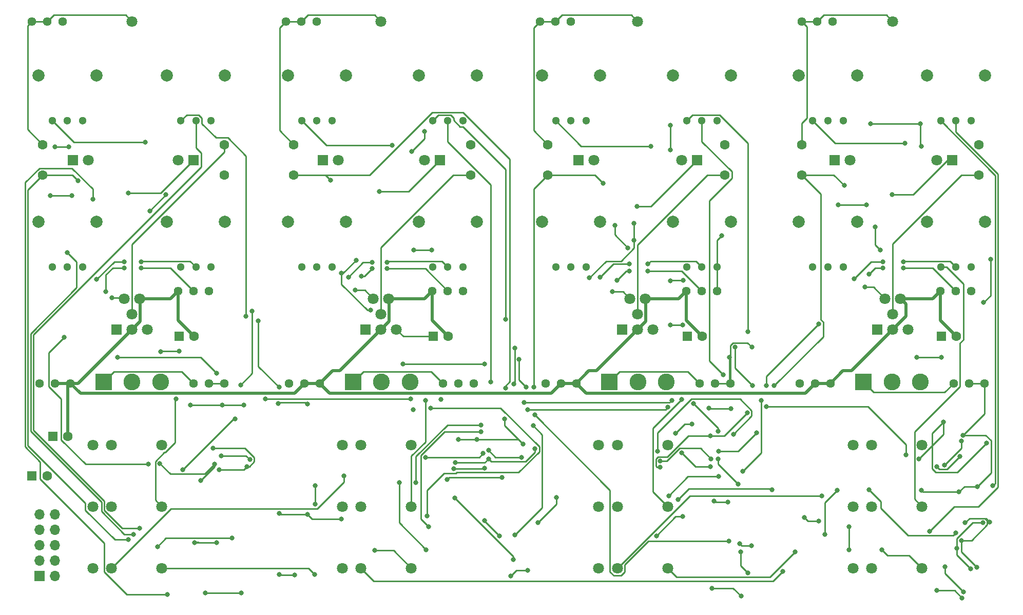
<source format=gtl>
G04 #@! TF.GenerationSoftware,KiCad,Pcbnew,(5.1.6-0-10_14)*
G04 #@! TF.CreationDate,2022-01-18T21:48:37+00:00*
G04 #@! TF.ProjectId,Quad Tube VCA,51756164-2054-4756-9265-205643412e6b,rev?*
G04 #@! TF.SameCoordinates,Original*
G04 #@! TF.FileFunction,Copper,L1,Top*
G04 #@! TF.FilePolarity,Positive*
%FSLAX46Y46*%
G04 Gerber Fmt 4.6, Leading zero omitted, Abs format (unit mm)*
G04 Created by KiCad (PCBNEW (5.1.6-0-10_14)) date 2022-01-18 21:48:37*
%MOMM*%
%LPD*%
G01*
G04 APERTURE LIST*
G04 #@! TA.AperFunction,ComponentPad*
%ADD10C,2.775000*%
G04 #@! TD*
G04 #@! TA.AperFunction,ComponentPad*
%ADD11R,2.775000X2.775000*%
G04 #@! TD*
G04 #@! TA.AperFunction,ComponentPad*
%ADD12C,1.600000*%
G04 #@! TD*
G04 #@! TA.AperFunction,ComponentPad*
%ADD13R,1.600000X1.600000*%
G04 #@! TD*
G04 #@! TA.AperFunction,ComponentPad*
%ADD14C,1.800000*%
G04 #@! TD*
G04 #@! TA.AperFunction,ComponentPad*
%ADD15R,1.800000X1.800000*%
G04 #@! TD*
G04 #@! TA.AperFunction,ComponentPad*
%ADD16C,2.000000*%
G04 #@! TD*
G04 #@! TA.AperFunction,ComponentPad*
%ADD17C,1.300000*%
G04 #@! TD*
G04 #@! TA.AperFunction,ComponentPad*
%ADD18C,1.440000*%
G04 #@! TD*
G04 #@! TA.AperFunction,ComponentPad*
%ADD19O,1.700000X1.700000*%
G04 #@! TD*
G04 #@! TA.AperFunction,ComponentPad*
%ADD20R,1.700000X1.700000*%
G04 #@! TD*
G04 #@! TA.AperFunction,ViaPad*
%ADD21C,0.800000*%
G04 #@! TD*
G04 #@! TA.AperFunction,Conductor*
%ADD22C,0.250000*%
G04 #@! TD*
G04 #@! TA.AperFunction,Conductor*
%ADD23C,0.500000*%
G04 #@! TD*
G04 APERTURE END LIST*
D10*
X89790000Y-107702500D03*
X85090000Y-107702500D03*
D11*
X80390000Y-107702500D03*
D10*
X130938000Y-107702500D03*
X126238000Y-107702500D03*
D11*
X121538000Y-107702500D03*
D10*
X173229000Y-107702500D03*
X168529000Y-107702500D03*
D11*
X163829000Y-107702500D03*
D10*
X215139000Y-107702500D03*
X210439000Y-107702500D03*
D11*
X205739000Y-107702500D03*
D12*
X221067000Y-100203000D03*
D13*
X218567000Y-100203000D03*
D12*
X179157000Y-100203000D03*
D13*
X176657000Y-100203000D03*
D12*
X137247000Y-100203000D03*
D13*
X134747000Y-100203000D03*
D12*
X95337000Y-100203000D03*
D13*
X92837000Y-100203000D03*
D12*
X74509000Y-116713000D03*
D13*
X72009000Y-116713000D03*
D12*
X71080000Y-123190000D03*
D13*
X68580000Y-123190000D03*
D14*
X126153333Y-48260000D03*
X126153333Y-96520000D03*
X124883333Y-93980000D03*
X127423333Y-93980000D03*
X128693333Y-99060000D03*
X126153333Y-99060000D03*
D15*
X123613333Y-99060000D03*
D14*
X85090000Y-48260000D03*
X85090000Y-96520000D03*
X83820000Y-93980000D03*
X86360000Y-93980000D03*
X87630000Y-99060000D03*
X85090000Y-99060000D03*
D15*
X82550000Y-99060000D03*
D14*
X210550000Y-48260000D03*
X210550000Y-96520000D03*
X209280000Y-93980000D03*
X211820000Y-93980000D03*
X213090000Y-99060000D03*
X210550000Y-99060000D03*
D15*
X208010000Y-99060000D03*
D14*
X168486666Y-48260000D03*
X168486666Y-96520000D03*
X167216666Y-93980000D03*
X169756666Y-93980000D03*
X171026666Y-99060000D03*
X168486666Y-99060000D03*
D15*
X165946666Y-99060000D03*
D16*
X204680000Y-57150000D03*
X195080000Y-57150000D03*
D17*
X202380000Y-64650000D03*
X199880000Y-64650000D03*
X197380000Y-64650000D03*
D16*
X162280000Y-57150000D03*
X152680000Y-57150000D03*
D17*
X159980000Y-64650000D03*
X157480000Y-64650000D03*
X154980000Y-64650000D03*
D16*
X120370000Y-57150000D03*
X110770000Y-57150000D03*
D17*
X118070000Y-64650000D03*
X115570000Y-64650000D03*
X113070000Y-64650000D03*
D16*
X79222000Y-57150000D03*
X69622000Y-57150000D03*
D17*
X76922000Y-64650000D03*
X74422000Y-64650000D03*
X71922000Y-64650000D03*
D16*
X204680000Y-81280000D03*
X195080000Y-81280000D03*
D17*
X202380000Y-88780000D03*
X199880000Y-88780000D03*
X197380000Y-88780000D03*
D16*
X162280000Y-81280000D03*
X152680000Y-81280000D03*
D17*
X159980000Y-88780000D03*
X157480000Y-88780000D03*
X154980000Y-88780000D03*
D16*
X120370000Y-81280000D03*
X110770000Y-81280000D03*
D17*
X118070000Y-88780000D03*
X115570000Y-88780000D03*
X113070000Y-88780000D03*
D16*
X79222000Y-81280000D03*
X69622000Y-81280000D03*
D17*
X76922000Y-88780000D03*
X74422000Y-88780000D03*
X71922000Y-88780000D03*
D16*
X225780000Y-57150000D03*
X216180000Y-57150000D03*
D17*
X223480000Y-64650000D03*
X220980000Y-64650000D03*
X218480000Y-64650000D03*
D16*
X183870000Y-57150000D03*
X174270000Y-57150000D03*
D17*
X181570000Y-64650000D03*
X179070000Y-64650000D03*
X176570000Y-64650000D03*
D16*
X141960000Y-57150000D03*
X132360000Y-57150000D03*
D17*
X139660000Y-64650000D03*
X137160000Y-64650000D03*
X134660000Y-64650000D03*
D16*
X100431000Y-57150000D03*
X90831000Y-57150000D03*
D17*
X98131000Y-64650000D03*
X95631000Y-64650000D03*
X93131000Y-64650000D03*
D16*
X225780000Y-81280000D03*
X216180000Y-81280000D03*
D17*
X223480000Y-88780000D03*
X220980000Y-88780000D03*
X218480000Y-88780000D03*
D16*
X183870000Y-81280000D03*
X174270000Y-81280000D03*
D17*
X181570000Y-88780000D03*
X179070000Y-88780000D03*
X176570000Y-88780000D03*
D16*
X141960000Y-81280000D03*
X132360000Y-81280000D03*
D17*
X139660000Y-88780000D03*
X137160000Y-88780000D03*
X134660000Y-88780000D03*
D16*
X100431000Y-81280000D03*
X90831000Y-81280000D03*
D17*
X98131000Y-88780000D03*
X95631000Y-88780000D03*
X93131000Y-88780000D03*
D14*
X215389000Y-138430000D03*
X203989000Y-138430000D03*
X207089000Y-138430000D03*
X173449000Y-138430000D03*
X162049000Y-138430000D03*
X165149000Y-138430000D03*
X131158000Y-138430000D03*
X119758000Y-138430000D03*
X122858000Y-138430000D03*
X90010000Y-138430000D03*
X78610000Y-138430000D03*
X81710000Y-138430000D03*
X215389000Y-118110000D03*
X203989000Y-118110000D03*
X207089000Y-118110000D03*
X173449000Y-118110000D03*
X162049000Y-118110000D03*
X165149000Y-118110000D03*
X131158000Y-118110000D03*
X119758000Y-118110000D03*
X122858000Y-118110000D03*
X90010000Y-118110000D03*
X78610000Y-118110000D03*
X81710000Y-118110000D03*
X215389000Y-128270000D03*
X203989000Y-128270000D03*
X207089000Y-128270000D03*
X173449000Y-128270000D03*
X162049000Y-128270000D03*
X165149000Y-128270000D03*
X131158000Y-128270000D03*
X119758000Y-128270000D03*
X122858000Y-128270000D03*
X90010000Y-128270000D03*
X78610000Y-128270000D03*
X81710000Y-128270000D03*
D18*
X195580000Y-48260000D03*
X198120000Y-48260000D03*
X200660000Y-48260000D03*
X152400000Y-48260000D03*
X154940000Y-48260000D03*
X157480000Y-48260000D03*
X110490000Y-48260000D03*
X113030000Y-48260000D03*
X115570000Y-48260000D03*
X68580000Y-48260000D03*
X71120000Y-48260000D03*
X73660000Y-48260000D03*
X220599000Y-107950000D03*
X223139000Y-107950000D03*
X225679000Y-107950000D03*
X178689000Y-107950000D03*
X181229000Y-107950000D03*
X183769000Y-107950000D03*
X136398000Y-107950000D03*
X138938000Y-107950000D03*
X141478000Y-107950000D03*
X95250000Y-107950000D03*
X97790000Y-107950000D03*
X100330000Y-107950000D03*
X218440000Y-92710000D03*
X220980000Y-92710000D03*
X223520000Y-92710000D03*
X176530000Y-92710000D03*
X179070000Y-92710000D03*
X181610000Y-92710000D03*
X134620000Y-92710000D03*
X137160000Y-92710000D03*
X139700000Y-92710000D03*
X92710000Y-92710000D03*
X95250000Y-92710000D03*
X97790000Y-92710000D03*
X195199000Y-107950000D03*
X197739000Y-107950000D03*
X200279000Y-107950000D03*
X153289000Y-107950000D03*
X155829000Y-107950000D03*
X158369000Y-107950000D03*
X110998000Y-107950000D03*
X113538000Y-107950000D03*
X116078000Y-107950000D03*
X69850000Y-107950000D03*
X72390000Y-107950000D03*
X74930000Y-107950000D03*
D19*
X72390000Y-129540000D03*
X69850000Y-129540000D03*
X72390000Y-132080000D03*
X69850000Y-132080000D03*
X72390000Y-134620000D03*
X69850000Y-134620000D03*
X72390000Y-137160000D03*
X69850000Y-137160000D03*
X72390000Y-139700000D03*
D20*
X69850000Y-139700000D03*
D14*
X217805000Y-71120000D03*
D15*
X220345000Y-71120000D03*
D14*
X203536000Y-71120000D03*
D15*
X200996000Y-71120000D03*
D14*
X175768000Y-71120000D03*
D15*
X178308000Y-71120000D03*
D14*
X161290000Y-71120000D03*
D15*
X158750000Y-71120000D03*
D14*
X133350000Y-71120000D03*
D15*
X135890000Y-71120000D03*
D14*
X119126000Y-71120000D03*
D15*
X116586000Y-71120000D03*
D14*
X92710000Y-71120000D03*
D15*
X95250000Y-71120000D03*
D14*
X77851000Y-71120000D03*
D15*
X75311000Y-71120000D03*
D12*
X224790000Y-73580000D03*
X224790000Y-68580000D03*
X195580000Y-73580000D03*
X195580000Y-68580000D03*
X182880000Y-73580000D03*
X182880000Y-68580000D03*
X153670000Y-73580000D03*
X153670000Y-68580000D03*
X140970000Y-73580000D03*
X140970000Y-68580000D03*
X111760000Y-73580000D03*
X111760000Y-68580000D03*
X100330000Y-68580000D03*
X100330000Y-73580000D03*
X70358000Y-73580000D03*
X70358000Y-68580000D03*
D21*
X74422000Y-86360000D03*
X85344000Y-132842000D03*
X78613000Y-77597000D03*
X90932000Y-142748000D03*
X185293000Y-134366000D03*
X187262500Y-134747000D03*
X198374000Y-130683000D03*
X195961000Y-130048000D03*
X180721000Y-141732000D03*
X185547000Y-143041000D03*
X150368000Y-138811000D03*
X147574000Y-139700000D03*
X103124000Y-142494000D03*
X97155000Y-142494000D03*
X114046000Y-129540000D03*
X119634000Y-130302000D03*
X109347000Y-129413000D03*
X215265000Y-68834000D03*
X215138000Y-65151000D03*
X206883000Y-65151000D03*
X201549000Y-78486000D03*
X206248000Y-78486000D03*
X222116503Y-116506112D03*
X218567000Y-103632000D03*
X214503000Y-103632000D03*
X226695000Y-87503000D03*
X225552000Y-94615000D03*
X203327000Y-131572000D03*
X203327000Y-135382000D03*
X221488000Y-125857000D03*
X215265000Y-125603000D03*
X224536000Y-124968000D03*
X181102000Y-127381000D03*
X181864000Y-123317000D03*
X173609000Y-126492000D03*
X183388000Y-127508000D03*
X175895000Y-98298000D03*
X173863000Y-98298000D03*
X167894000Y-84328000D03*
X167894000Y-81534000D03*
X160528000Y-90551000D03*
X173863000Y-69469000D03*
X173863000Y-65405000D03*
X131191000Y-69723000D03*
X133350000Y-66421000D03*
X74676000Y-68961000D03*
X72390000Y-68961000D03*
X75184000Y-76962000D03*
X71628000Y-76962000D03*
X90678000Y-76835000D03*
X88011000Y-79502000D03*
X92837000Y-102616000D03*
X89789000Y-102743000D03*
X103505000Y-111506000D03*
X99949000Y-111506000D03*
X94742000Y-111506000D03*
X119634000Y-89789000D03*
X122047000Y-87630000D03*
X124460000Y-95885000D03*
X134493000Y-85979000D03*
X131572000Y-85979000D03*
X114046000Y-111379000D03*
X109220000Y-111252000D03*
X131445000Y-112268000D03*
X136017000Y-110617000D03*
X143256000Y-130556000D03*
X145669000Y-133096000D03*
X141986000Y-117221000D03*
X138938000Y-117221000D03*
X111887000Y-139573000D03*
X109347000Y-139446000D03*
X95377000Y-134239000D03*
X99060000Y-134239000D03*
X146558000Y-113792000D03*
X149606000Y-117983000D03*
X182372000Y-83566000D03*
X176022000Y-90932000D03*
X173863000Y-91059000D03*
X183896000Y-112141000D03*
X180213000Y-112014000D03*
X187325000Y-101981000D03*
X183642000Y-103632000D03*
X174752000Y-116205000D03*
X177419000Y-114681000D03*
X155067000Y-126746000D03*
X152019000Y-130937000D03*
X76200000Y-74549000D03*
X84455000Y-133731000D03*
X89281000Y-134874000D03*
X101600000Y-133477000D03*
X104013000Y-121666000D03*
X99441000Y-122174000D03*
X82677000Y-103632000D03*
X99060000Y-106299000D03*
X98425000Y-118618000D03*
X104521000Y-120523000D03*
X99822000Y-119888000D03*
X96393000Y-123952000D03*
X98679000Y-121285000D03*
X89662000Y-121158000D03*
X73918906Y-100325094D03*
X87757000Y-121285000D03*
X93472000Y-122174000D03*
X102108000Y-113792000D03*
X134366000Y-112014000D03*
X133731000Y-129794000D03*
X129794000Y-104775000D03*
X143256000Y-104775000D03*
X142621000Y-114808000D03*
X131883000Y-124333000D03*
X129159000Y-124333000D03*
X133604000Y-135382000D03*
X138303000Y-126873000D03*
X147955000Y-137033000D03*
X117856000Y-74422000D03*
X146685000Y-108690001D03*
X151257000Y-114935000D03*
X148209000Y-132969000D03*
X151550000Y-118745000D03*
X143891000Y-120396000D03*
X104902000Y-96012000D03*
X103003342Y-108210342D03*
X107061000Y-110490000D03*
X131064000Y-110490000D03*
X138430000Y-121031000D03*
X149352000Y-120142000D03*
X143891000Y-118999000D03*
X138176000Y-122047000D03*
X143256000Y-121920000D03*
X143002000Y-119507000D03*
X133477000Y-120142000D03*
X105918000Y-97663000D03*
X109347000Y-108585000D03*
X146112500Y-123444000D03*
X137033000Y-123825000D03*
X184277000Y-116332000D03*
X171761989Y-119126000D03*
X184531000Y-101981000D03*
X187452000Y-108331000D03*
X190627000Y-125476000D03*
X175133000Y-127127000D03*
X175895000Y-129921000D03*
X171577000Y-133096000D03*
X186690000Y-139192000D03*
X185507731Y-135723731D03*
X162814000Y-74930000D03*
X151368046Y-108600954D03*
X151511000Y-113157000D03*
X183515000Y-133985000D03*
X181737000Y-120396000D03*
X185039000Y-124587000D03*
X148209000Y-102108000D03*
X148082000Y-108077000D03*
X149733000Y-111125000D03*
X174117000Y-110744000D03*
X177673000Y-111252000D03*
X181737000Y-115861000D03*
X181864000Y-119126000D03*
X188087000Y-116078000D03*
X180467000Y-121666000D03*
X175768000Y-119380000D03*
X172212000Y-120777000D03*
X180594000Y-120396000D03*
X148934000Y-104013000D03*
X150114000Y-108585000D03*
X150368000Y-112268000D03*
X173477347Y-111882347D03*
X172212000Y-121793000D03*
X180467000Y-116586000D03*
X186563000Y-112776000D03*
X222250000Y-142367000D03*
X219202000Y-138176000D03*
X223393000Y-138557000D03*
X221107000Y-135128000D03*
X225425000Y-130937000D03*
X217822403Y-142130403D03*
X222007464Y-143337144D03*
X224409000Y-138303000D03*
X221869000Y-133858000D03*
X226568000Y-130810000D03*
X222504000Y-130937000D03*
X202565000Y-75311000D03*
X191008000Y-108331000D03*
X206629000Y-125476000D03*
X220980000Y-132588000D03*
X221615000Y-120015000D03*
X217800347Y-121661347D03*
X219075000Y-121412000D03*
X221869000Y-117475000D03*
X198374000Y-98171000D03*
X189738000Y-108331000D03*
X189738000Y-111760000D03*
X212725000Y-119761000D03*
X218948000Y-114300000D03*
X214888999Y-120396000D03*
X226069853Y-117750863D03*
X218948000Y-114300000D03*
X84455000Y-76581000D03*
X125857000Y-76327000D03*
X164719000Y-81915000D03*
X166878000Y-85598000D03*
X168402000Y-78740506D03*
X207645000Y-82169000D03*
X208534000Y-85979000D03*
X210439000Y-76835000D03*
X86614000Y-87884000D03*
X83820000Y-87884000D03*
X79248000Y-90805000D03*
X92329000Y-110490000D03*
X127127000Y-88011000D03*
X124714000Y-88011000D03*
X120777000Y-90424000D03*
X133477000Y-110744000D03*
X170180000Y-88265000D03*
X167132000Y-88265000D03*
X162306000Y-90424000D03*
X175768000Y-110617000D03*
X212344000Y-87884000D03*
X208915000Y-87884000D03*
X204216000Y-90678000D03*
X86360000Y-131826000D03*
X103847000Y-96901000D03*
X144272000Y-107696000D03*
X142621000Y-115951000D03*
X133985000Y-131572000D03*
X146689905Y-97413905D03*
X182626000Y-106553000D03*
X185801000Y-122428000D03*
X188849000Y-110744000D03*
X186690000Y-99441000D03*
X216662000Y-132334000D03*
X227076000Y-124841000D03*
X87249000Y-68199000D03*
X128016000Y-68707000D03*
X170688000Y-68834000D03*
X212598000Y-68326000D03*
X115189000Y-139446000D03*
X80772000Y-92837000D03*
X83820000Y-88884003D03*
X86614000Y-88900000D03*
X81788000Y-93853000D03*
X125095000Y-135509000D03*
X122888333Y-90297000D03*
X124714000Y-89027000D03*
X127127000Y-89027000D03*
X121920000Y-92583000D03*
X194437000Y-135763000D03*
X165100000Y-90932000D03*
X167132000Y-89408000D03*
X170180000Y-89408000D03*
X164338000Y-92837000D03*
X208788000Y-135382000D03*
X206629000Y-89916000D03*
X208915000Y-88900000D03*
X212344000Y-88900000D03*
X205994000Y-92075000D03*
X120015000Y-123190000D03*
X192405000Y-138938000D03*
X198882000Y-126492000D03*
X115316000Y-127889000D03*
X115316000Y-124841000D03*
X199390000Y-132842000D03*
X201422000Y-125603000D03*
D22*
X80034990Y-129044402D02*
X83832588Y-132842000D01*
X80034989Y-127560401D02*
X80034990Y-129044402D01*
X68354989Y-99763603D02*
X68354990Y-115880402D01*
X74422000Y-86360000D02*
X75946999Y-87884999D01*
X68354990Y-115880402D02*
X80034989Y-127560401D01*
X75946999Y-92171593D02*
X68354989Y-99763603D01*
X83832588Y-132842000D02*
X85344000Y-132842000D01*
X75946999Y-87884999D02*
X75946999Y-92171593D01*
X80484999Y-139018001D02*
X84214998Y-142748000D01*
X84214998Y-142748000D02*
X90932000Y-142748000D01*
X69954999Y-123730001D02*
X80484999Y-134260001D01*
X69954999Y-120888409D02*
X69954999Y-123730001D01*
X67454972Y-118388382D02*
X69954999Y-120888409D01*
X69817999Y-72454999D02*
X67454972Y-74818026D01*
X75179001Y-72454999D02*
X69817999Y-72454999D01*
X78613000Y-75888998D02*
X75179001Y-72454999D01*
X67454972Y-74818026D02*
X67454972Y-118388382D01*
X80484999Y-134260001D02*
X80484999Y-139018001D01*
X78613000Y-77597000D02*
X78613000Y-75888998D01*
X185674000Y-134747000D02*
X185293000Y-134366000D01*
X187262500Y-134747000D02*
X185674000Y-134747000D01*
X196596000Y-130683000D02*
X195961000Y-130048000D01*
X198374000Y-130683000D02*
X196596000Y-130683000D01*
X184238000Y-141732000D02*
X185547000Y-143041000D01*
X180721000Y-141732000D02*
X184238000Y-141732000D01*
X148463000Y-138811000D02*
X147574000Y-139700000D01*
X150368000Y-138811000D02*
X148463000Y-138811000D01*
X103124000Y-142494000D02*
X97155000Y-142494000D01*
X114808000Y-130302000D02*
X114046000Y-129540000D01*
X119634000Y-130302000D02*
X114808000Y-130302000D01*
X109474000Y-129540000D02*
X109347000Y-129413000D01*
X114046000Y-129540000D02*
X109474000Y-129540000D01*
X215138000Y-68707000D02*
X215265000Y-68834000D01*
X215138000Y-65151000D02*
X215138000Y-68707000D01*
X215138000Y-65151000D02*
X206883000Y-65151000D01*
X206248000Y-78486000D02*
X201549000Y-78486000D01*
X225679000Y-107950000D02*
X223139000Y-107950000D01*
X225679000Y-112943615D02*
X222116503Y-116506112D01*
X225679000Y-107950000D02*
X225679000Y-112943615D01*
X218567000Y-103632000D02*
X214503000Y-103632000D01*
X226695000Y-93472000D02*
X225552000Y-94615000D01*
X226695000Y-87503000D02*
X226695000Y-93472000D01*
X203327000Y-131572000D02*
X203327000Y-135382000D01*
X215519000Y-125857000D02*
X215265000Y-125603000D01*
X221488000Y-125857000D02*
X215519000Y-125857000D01*
X222377000Y-124968000D02*
X221488000Y-125857000D01*
X224536000Y-124968000D02*
X222377000Y-124968000D01*
X225898104Y-116506112D02*
X222116503Y-116506112D01*
X226794854Y-122709146D02*
X226794854Y-117402862D01*
X226794854Y-117402862D02*
X225898104Y-116506112D01*
X224536000Y-124968000D02*
X226794854Y-122709146D01*
X176784000Y-123317000D02*
X173609000Y-126492000D01*
X181864000Y-123317000D02*
X176784000Y-123317000D01*
X181229000Y-127508000D02*
X181102000Y-127381000D01*
X183388000Y-127508000D02*
X181229000Y-127508000D01*
X100330000Y-107950000D02*
X97790000Y-107950000D01*
X175895000Y-98298000D02*
X173863000Y-98298000D01*
X167894000Y-81534000D02*
X167894000Y-84328000D01*
X163264010Y-87814990D02*
X160528000Y-90551000D01*
X167894000Y-85655002D02*
X165734012Y-87814990D01*
X165734012Y-87814990D02*
X163264010Y-87814990D01*
X167894000Y-84328000D02*
X167894000Y-85655002D01*
X173863000Y-69469000D02*
X173863000Y-65405000D01*
X133350000Y-67564000D02*
X131191000Y-69723000D01*
X133350000Y-66421000D02*
X133350000Y-67564000D01*
X74676000Y-68961000D02*
X72390000Y-68961000D01*
X75184000Y-76962000D02*
X71628000Y-76962000D01*
X90678000Y-76835000D02*
X88011000Y-79502000D01*
X89916000Y-102616000D02*
X89789000Y-102743000D01*
X92837000Y-102616000D02*
X89916000Y-102616000D01*
X103505000Y-111506000D02*
X99949000Y-111506000D01*
X99949000Y-111506000D02*
X94742000Y-111506000D01*
X119888000Y-89789000D02*
X119634000Y-89789000D01*
X122047000Y-87630000D02*
X119888000Y-89789000D01*
X123894315Y-95885000D02*
X119634000Y-91624685D01*
X119634000Y-91624685D02*
X119634000Y-89789000D01*
X124460000Y-95885000D02*
X123894315Y-95885000D01*
X134493000Y-85979000D02*
X131572000Y-85979000D01*
X109347000Y-111125000D02*
X109220000Y-111252000D01*
X113919000Y-111379000D02*
X113665000Y-111125000D01*
X114046000Y-111379000D02*
X113919000Y-111379000D01*
X113665000Y-111125000D02*
X109347000Y-111125000D01*
X113792000Y-111125000D02*
X113665000Y-111125000D01*
X143256000Y-130683000D02*
X143256000Y-130556000D01*
X145669000Y-133096000D02*
X143256000Y-130683000D01*
X138938000Y-117221000D02*
X141986000Y-117221000D01*
X109474000Y-139573000D02*
X109347000Y-139446000D01*
X111887000Y-139573000D02*
X109474000Y-139573000D01*
X96012000Y-134112000D02*
X96139000Y-134239000D01*
X95758000Y-134112000D02*
X96012000Y-134112000D01*
X95377000Y-134239000D02*
X98552000Y-134239000D01*
X98552000Y-134239000D02*
X99060000Y-134239000D01*
X96139000Y-134239000D02*
X98552000Y-134239000D01*
X146558000Y-114935000D02*
X149606000Y-117983000D01*
X146558000Y-113792000D02*
X146558000Y-114935000D01*
X129836333Y-100203000D02*
X128693333Y-99060000D01*
X134747000Y-100203000D02*
X129836333Y-100203000D01*
X181610000Y-84328000D02*
X182372000Y-83566000D01*
X181610000Y-92710000D02*
X181610000Y-84328000D01*
X173990000Y-90932000D02*
X173863000Y-91059000D01*
X176022000Y-90932000D02*
X173990000Y-90932000D01*
X148844000Y-117221000D02*
X149606000Y-117983000D01*
X141986000Y-117221000D02*
X148844000Y-117221000D01*
X183642000Y-107823000D02*
X183769000Y-107950000D01*
X183642000Y-103632000D02*
X183642000Y-107823000D01*
X183769000Y-107950000D02*
X181229000Y-107950000D01*
X180340000Y-112141000D02*
X180213000Y-112014000D01*
X183896000Y-112141000D02*
X180340000Y-112141000D01*
X186599999Y-101255999D02*
X187325000Y-101981000D01*
X184182999Y-101255999D02*
X186599999Y-101255999D01*
X183769000Y-101669998D02*
X184182999Y-101255999D01*
X183769000Y-107950000D02*
X183769000Y-101669998D01*
X176276000Y-114681000D02*
X174752000Y-116205000D01*
X177419000Y-114681000D02*
X176276000Y-114681000D01*
X155067000Y-127889000D02*
X152019000Y-130937000D01*
X155067000Y-126746000D02*
X155067000Y-127889000D01*
D23*
X74509000Y-108371000D02*
X74930000Y-107950000D01*
X74509000Y-116713000D02*
X74509000Y-108371000D01*
X74930000Y-107950000D02*
X72390000Y-107950000D01*
X116078000Y-107950000D02*
X113538000Y-107950000D01*
X158369000Y-107950000D02*
X155829000Y-107950000D01*
X159959001Y-109540001D02*
X158369000Y-107950000D01*
X196148999Y-109540001D02*
X159959001Y-109540001D01*
X197739000Y-107950000D02*
X196148999Y-109540001D01*
X117668001Y-109540001D02*
X116078000Y-107950000D01*
X154238999Y-109540001D02*
X117668001Y-109540001D01*
X155829000Y-107950000D02*
X154238999Y-109540001D01*
X113538000Y-107950000D02*
X111887000Y-109601000D01*
X76581000Y-109601000D02*
X74930000Y-107950000D01*
X111887000Y-109601000D02*
X76581000Y-109601000D01*
X76200000Y-107950000D02*
X85090000Y-99060000D01*
X74930000Y-107950000D02*
X76200000Y-107950000D01*
X86440001Y-97709999D02*
X86440001Y-94060001D01*
X86440001Y-94060001D02*
X86360000Y-93980000D01*
X85090000Y-99060000D02*
X86440001Y-97709999D01*
X91440000Y-93980000D02*
X92710000Y-92710000D01*
X86360000Y-93980000D02*
X91440000Y-93980000D01*
X92710000Y-97576000D02*
X95337000Y-100203000D01*
X92710000Y-92710000D02*
X92710000Y-97576000D01*
X118163001Y-105864999D02*
X119348334Y-105864999D01*
X119348334Y-105864999D02*
X126153333Y-99060000D01*
X116078000Y-107950000D02*
X118163001Y-105864999D01*
X127503334Y-94060001D02*
X127423333Y-93980000D01*
X127503334Y-97709999D02*
X127503334Y-94060001D01*
X126153333Y-99060000D02*
X127503334Y-97709999D01*
X133350000Y-93980000D02*
X134620000Y-92710000D01*
X127423333Y-93980000D02*
X133350000Y-93980000D01*
X134620000Y-97576000D02*
X137247000Y-100203000D01*
X134620000Y-92710000D02*
X134620000Y-97576000D01*
X161681667Y-105864999D02*
X168486666Y-99060000D01*
X160454001Y-105864999D02*
X161681667Y-105864999D01*
X158369000Y-107950000D02*
X160454001Y-105864999D01*
X169836667Y-94060001D02*
X169756666Y-93980000D01*
X169836667Y-97709999D02*
X169836667Y-94060001D01*
X168486666Y-99060000D02*
X169836667Y-97709999D01*
X175260000Y-93980000D02*
X176530000Y-92710000D01*
X169756666Y-93980000D02*
X175260000Y-93980000D01*
X176530000Y-97576000D02*
X179157000Y-100203000D01*
X176530000Y-92710000D02*
X176530000Y-97576000D01*
X203745001Y-105864999D02*
X210550000Y-99060000D01*
X202364001Y-105864999D02*
X203745001Y-105864999D01*
X200279000Y-107950000D02*
X202364001Y-105864999D01*
X212719999Y-94879999D02*
X211820000Y-93980000D01*
X212719999Y-96890001D02*
X212719999Y-94879999D01*
X210550000Y-99060000D02*
X212719999Y-96890001D01*
X217170000Y-93980000D02*
X218440000Y-92710000D01*
X211820000Y-93980000D02*
X217170000Y-93980000D01*
X218440000Y-97576000D02*
X221067000Y-100203000D01*
X218440000Y-92710000D02*
X218440000Y-97576000D01*
X200279000Y-107950000D02*
X197739000Y-107950000D01*
D22*
X75231000Y-73580000D02*
X70358000Y-73580000D01*
X76200000Y-74549000D02*
X75231000Y-73580000D01*
X82257998Y-133731000D02*
X84455000Y-133731000D01*
X67904981Y-76033019D02*
X67904981Y-118201981D01*
X77384999Y-128858001D02*
X82257998Y-133731000D01*
X67904981Y-118201981D02*
X77384999Y-127681999D01*
X77384999Y-127681999D02*
X77384999Y-128858001D01*
X70358000Y-73580000D02*
X67904981Y-76033019D01*
X90678000Y-133477000D02*
X101600000Y-133477000D01*
X89281000Y-134874000D02*
X90678000Y-133477000D01*
X72165001Y-47214999D02*
X71120000Y-48260000D01*
X84044999Y-47214999D02*
X72165001Y-47214999D01*
X85090000Y-48260000D02*
X84044999Y-47214999D01*
X71120000Y-48260000D02*
X68580000Y-48260000D01*
X67860001Y-66082001D02*
X70358000Y-68580000D01*
X67860001Y-48979999D02*
X67860001Y-66082001D01*
X68580000Y-48260000D02*
X67860001Y-48979999D01*
X100330000Y-69819998D02*
X100330000Y-68580000D01*
X85090000Y-85059998D02*
X100330000Y-69819998D01*
X85090000Y-96520000D02*
X85090000Y-85059998D01*
X103505000Y-122174000D02*
X99441000Y-122174000D01*
X104013000Y-121666000D02*
X103505000Y-122174000D01*
X96393000Y-103632000D02*
X99060000Y-106299000D01*
X82677000Y-103632000D02*
X96393000Y-103632000D01*
X104451002Y-121666000D02*
X104013000Y-121666000D01*
X105246001Y-120871001D02*
X104451002Y-121666000D01*
X105246001Y-120174999D02*
X105246001Y-120871001D01*
X103689002Y-118618000D02*
X105246001Y-120174999D01*
X98425000Y-118618000D02*
X103689002Y-118618000D01*
X104521000Y-120523000D02*
X103886000Y-119888000D01*
X103886000Y-119888000D02*
X99822000Y-119888000D01*
X98679000Y-121666000D02*
X98679000Y-121285000D01*
X96393000Y-123952000D02*
X98679000Y-121666000D01*
X97064999Y-122899001D02*
X98679000Y-121285000D01*
X91403001Y-122899001D02*
X97064999Y-122899001D01*
X89662000Y-121158000D02*
X91403001Y-122899001D01*
X73383999Y-110490601D02*
X73383999Y-117253001D01*
X77415998Y-121285000D02*
X87757000Y-121285000D01*
X71344999Y-108451601D02*
X73383999Y-110490601D01*
X73383999Y-117253001D02*
X77415998Y-121285000D01*
X71344999Y-102899001D02*
X71344999Y-108451601D01*
X73918906Y-100325094D02*
X71344999Y-102899001D01*
X101854000Y-113792000D02*
X102108000Y-113792000D01*
X93472000Y-122174000D02*
X101854000Y-113792000D01*
X133731000Y-125586992D02*
X133731000Y-129794000D01*
X136545991Y-122772001D02*
X133731000Y-125586992D01*
X138524001Y-122772001D02*
X136545991Y-122772001D01*
X138651001Y-122645001D02*
X138524001Y-122772001D01*
X152275001Y-118396999D02*
X152275001Y-119222094D01*
X148852094Y-122645001D02*
X138651001Y-122645001D01*
X152275001Y-119222094D02*
X148852094Y-122645001D01*
X145892002Y-112014000D02*
X152275001Y-118396999D01*
X134366000Y-112014000D02*
X145892002Y-112014000D01*
X129794000Y-104775000D02*
X143256000Y-104775000D01*
X131883000Y-120026588D02*
X131883000Y-124333000D01*
X137101588Y-114808000D02*
X131883000Y-120026588D01*
X142621000Y-114808000D02*
X137101588Y-114808000D01*
X129159000Y-130937000D02*
X133604000Y-135382000D01*
X129159000Y-124333000D02*
X129159000Y-130937000D01*
X147955000Y-136525000D02*
X147955000Y-137033000D01*
X138303000Y-126873000D02*
X147955000Y-136525000D01*
X117014000Y-73580000D02*
X111760000Y-73580000D01*
X117856000Y-74422000D02*
X117014000Y-73580000D01*
X146685000Y-108400998D02*
X146685000Y-108690001D01*
X147414906Y-107671092D02*
X146685000Y-108400998D01*
X124286998Y-73580000D02*
X134642009Y-63224989D01*
X147414906Y-70961904D02*
X147414906Y-107671092D01*
X139677991Y-63224989D02*
X147414906Y-70961904D01*
X134642009Y-63224989D02*
X139677991Y-63224989D01*
X111760000Y-73580000D02*
X124286998Y-73580000D01*
X152725011Y-128452989D02*
X148209000Y-132969000D01*
X152725011Y-116403011D02*
X152725011Y-128452989D01*
X151257000Y-114935000D02*
X152725011Y-116403011D01*
X114075001Y-47214999D02*
X113030000Y-48260000D01*
X125108332Y-47214999D02*
X114075001Y-47214999D01*
X126153333Y-48260000D02*
X125108332Y-47214999D01*
X113030000Y-48260000D02*
X110490000Y-48260000D01*
X109444999Y-66264999D02*
X111760000Y-68580000D01*
X109444999Y-49305001D02*
X109444999Y-66264999D01*
X110490000Y-48260000D02*
X109444999Y-49305001D01*
X138098998Y-73580000D02*
X140970000Y-73580000D01*
X126153333Y-85525665D02*
X138098998Y-73580000D01*
X126153333Y-96520000D02*
X126153333Y-85525665D01*
X144362001Y-120867001D02*
X143891000Y-120396000D01*
X151550000Y-119310685D02*
X149993684Y-120867001D01*
X149993684Y-120867001D02*
X144362001Y-120867001D01*
X151550000Y-118745000D02*
X151550000Y-119310685D01*
X104902000Y-106311684D02*
X103003342Y-108210342D01*
X104902000Y-96012000D02*
X104902000Y-106311684D01*
X107061000Y-110490000D02*
X131064000Y-110490000D01*
X143256000Y-121031000D02*
X143891000Y-120396000D01*
X138430000Y-121031000D02*
X143256000Y-121031000D01*
X145034000Y-120142000D02*
X143891000Y-118999000D01*
X149352000Y-120142000D02*
X145034000Y-120142000D01*
X143129000Y-122047000D02*
X143256000Y-121920000D01*
X138176000Y-122047000D02*
X143129000Y-122047000D01*
X142367000Y-120142000D02*
X133477000Y-120142000D01*
X143002000Y-119507000D02*
X142367000Y-120142000D01*
X105918000Y-105156000D02*
X109347000Y-108585000D01*
X105918000Y-97663000D02*
X105918000Y-105156000D01*
X137414000Y-123444000D02*
X137033000Y-123825000D01*
X146112500Y-123444000D02*
X137414000Y-123444000D01*
X171761989Y-116090009D02*
X171761989Y-119126000D01*
X184277000Y-116332000D02*
X187288001Y-113320999D01*
X187288001Y-112427999D02*
X185387001Y-110526999D01*
X187288001Y-113320999D02*
X187288001Y-112427999D01*
X177324999Y-110526999D02*
X171761989Y-116090009D01*
X185387001Y-110526999D02*
X177324999Y-110526999D01*
X184531000Y-105410000D02*
X187452000Y-108331000D01*
X184531000Y-101981000D02*
X184531000Y-105410000D01*
X176947999Y-125312001D02*
X175133000Y-127127000D01*
X190790999Y-125312001D02*
X176947999Y-125312001D01*
X190627000Y-125476000D02*
X190790999Y-125312001D01*
X174752000Y-129921000D02*
X171577000Y-133096000D01*
X175895000Y-129921000D02*
X174752000Y-129921000D01*
X185507731Y-138009731D02*
X185507731Y-135723731D01*
X186690000Y-139192000D02*
X185507731Y-138009731D01*
X161464000Y-73580000D02*
X153670000Y-73580000D01*
X162814000Y-74930000D02*
X161464000Y-73580000D01*
X151354999Y-108587907D02*
X151368046Y-108600954D01*
X151354999Y-75895001D02*
X151354999Y-108587907D01*
X153670000Y-73580000D02*
X151354999Y-75895001D01*
X170231000Y-133985000D02*
X183515000Y-133985000D01*
X166374001Y-139018001D02*
X166374001Y-137841999D01*
X166374001Y-137841999D02*
X170231000Y-133985000D01*
X163923999Y-125569999D02*
X163923999Y-139018001D01*
X165737001Y-139655001D02*
X166374001Y-139018001D01*
X164560999Y-139655001D02*
X165737001Y-139655001D01*
X163923999Y-139018001D02*
X164560999Y-139655001D01*
X151511000Y-113157000D02*
X163923999Y-125569999D01*
X155985001Y-47214999D02*
X154940000Y-48260000D01*
X167441665Y-47214999D02*
X155985001Y-47214999D01*
X168486666Y-48260000D02*
X167441665Y-47214999D01*
X154940000Y-48260000D02*
X152400000Y-48260000D01*
X151354999Y-66264999D02*
X153670000Y-68580000D01*
X151354999Y-49305001D02*
X151354999Y-66264999D01*
X152400000Y-48260000D02*
X151354999Y-49305001D01*
X180008998Y-73580000D02*
X182880000Y-73580000D01*
X168486666Y-85102332D02*
X180008998Y-73580000D01*
X168486666Y-96520000D02*
X168486666Y-85102332D01*
X181737000Y-121285000D02*
X185039000Y-124587000D01*
X181737000Y-120396000D02*
X181737000Y-121285000D01*
X148209000Y-107950000D02*
X148082000Y-108077000D01*
X148209000Y-102108000D02*
X148209000Y-107950000D01*
X173736000Y-111125000D02*
X174117000Y-110744000D01*
X149733000Y-111125000D02*
X173736000Y-111125000D01*
X181737000Y-115316000D02*
X181737000Y-115861000D01*
X177673000Y-111252000D02*
X181737000Y-115316000D01*
X185039000Y-119126000D02*
X188087000Y-116078000D01*
X181864000Y-119126000D02*
X185039000Y-119126000D01*
X178054000Y-121666000D02*
X175768000Y-119380000D01*
X180467000Y-121666000D02*
X178054000Y-121666000D01*
X178852999Y-118654999D02*
X180594000Y-120396000D01*
X175419999Y-118654999D02*
X178852999Y-118654999D01*
X173297998Y-120777000D02*
X175419999Y-118654999D01*
X172212000Y-120777000D02*
X173297998Y-120777000D01*
X148934000Y-107405000D02*
X150114000Y-108585000D01*
X148934000Y-104013000D02*
X148934000Y-107405000D01*
X173091694Y-112268000D02*
X173477347Y-111882347D01*
X150368000Y-112268000D02*
X173091694Y-112268000D01*
X176852588Y-116586000D02*
X180467000Y-116586000D01*
X173386589Y-120051999D02*
X176852588Y-116586000D01*
X171486999Y-121633684D02*
X171486999Y-120428999D01*
X171863999Y-120051999D02*
X173386589Y-120051999D01*
X171486999Y-120428999D02*
X171863999Y-120051999D01*
X171646315Y-121793000D02*
X171486999Y-121633684D01*
X172212000Y-121793000D02*
X171646315Y-121793000D01*
X182753000Y-116586000D02*
X186563000Y-112776000D01*
X180467000Y-116586000D02*
X182753000Y-116586000D01*
X219202000Y-139319000D02*
X219202000Y-138176000D01*
X222250000Y-142367000D02*
X219202000Y-139319000D01*
X221107000Y-136271000D02*
X221107000Y-135128000D01*
X223393000Y-138557000D02*
X221107000Y-136271000D01*
X223716998Y-130937000D02*
X225425000Y-130937000D01*
X221107000Y-133546998D02*
X223716998Y-130937000D01*
X221107000Y-135128000D02*
X221107000Y-133546998D01*
X220800723Y-142130403D02*
X222007464Y-143337144D01*
X217822403Y-142130403D02*
X220800723Y-142130403D01*
X221869000Y-135763000D02*
X221869000Y-133858000D01*
X224409000Y-138303000D02*
X221869000Y-135763000D01*
X225969999Y-130211999D02*
X223229001Y-130211999D01*
X226568000Y-130810000D02*
X225969999Y-130211999D01*
X223577002Y-133858000D02*
X221869000Y-133858000D01*
X226150001Y-131285001D02*
X223577002Y-133858000D01*
X226150001Y-130588999D02*
X226150001Y-131285001D01*
X225773001Y-130211999D02*
X226150001Y-130588999D01*
X223229001Y-130211999D02*
X225773001Y-130211999D01*
X222504000Y-130937000D02*
X223229001Y-130211999D01*
X200834000Y-73580000D02*
X195580000Y-73580000D01*
X202565000Y-75311000D02*
X200834000Y-73580000D01*
X199099001Y-97822999D02*
X199099001Y-100239999D01*
X198722001Y-97445999D02*
X199099001Y-97822999D01*
X199099001Y-100239999D02*
X191008000Y-108331000D01*
X198722001Y-76722001D02*
X198722001Y-97445999D01*
X195580000Y-73580000D02*
X198722001Y-76722001D01*
X213117365Y-133059001D02*
X220508999Y-133059001D01*
X208589990Y-128531626D02*
X213117365Y-133059001D01*
X220508999Y-133059001D02*
X220980000Y-132588000D01*
X208589990Y-127436990D02*
X208589990Y-128531626D01*
X206629000Y-125476000D02*
X208589990Y-127436990D01*
X209504999Y-47214999D02*
X199165001Y-47214999D01*
X199165001Y-47214999D02*
X198120000Y-48260000D01*
X210550000Y-48260000D02*
X209504999Y-47214999D01*
X198120000Y-48260000D02*
X195580000Y-48260000D01*
X196405001Y-64181997D02*
X195580000Y-65006998D01*
X196405001Y-49085001D02*
X196405001Y-64181997D01*
X195580000Y-65006998D02*
X195580000Y-68580000D01*
X195580000Y-48260000D02*
X196405001Y-49085001D01*
X221918998Y-73580000D02*
X224790000Y-73580000D01*
X210550000Y-84948998D02*
X221918998Y-73580000D01*
X210550000Y-96520000D02*
X210550000Y-84948998D01*
X218276001Y-122137001D02*
X217800347Y-121661347D01*
X219492999Y-122137001D02*
X218276001Y-122137001D01*
X221615000Y-120015000D02*
X219492999Y-122137001D01*
X221869000Y-118618000D02*
X221869000Y-117475000D01*
X219075000Y-121412000D02*
X221869000Y-118618000D01*
X189738000Y-106807000D02*
X189738000Y-108331000D01*
X198374000Y-98171000D02*
X189738000Y-106807000D01*
X212725000Y-118031364D02*
X212725000Y-119761000D01*
X206453636Y-111760000D02*
X212725000Y-118031364D01*
X189738000Y-111760000D02*
X206453636Y-111760000D01*
X218948000Y-116336999D02*
X214888999Y-120396000D01*
X218948000Y-114300000D02*
X218948000Y-116336999D01*
X217075346Y-122009348D02*
X217075346Y-116172654D01*
X217075346Y-116172654D02*
X218948000Y-114300000D01*
X217653008Y-122587010D02*
X217075346Y-122009348D01*
X221233706Y-122587010D02*
X217653008Y-122587010D01*
X226069853Y-117750863D02*
X221233706Y-122587010D01*
X89789000Y-76581000D02*
X95250000Y-71120000D01*
X84455000Y-76581000D02*
X89789000Y-76581000D01*
X130683000Y-76327000D02*
X135890000Y-71120000D01*
X125857000Y-76327000D02*
X130683000Y-76327000D01*
X164719000Y-83439000D02*
X166878000Y-85598000D01*
X164719000Y-81915000D02*
X164719000Y-83439000D01*
X170687494Y-78740506D02*
X178308000Y-71120000D01*
X168402000Y-78740506D02*
X170687494Y-78740506D01*
X207645000Y-85090000D02*
X208534000Y-85979000D01*
X207645000Y-82169000D02*
X207645000Y-85090000D01*
X219618002Y-71120000D02*
X220345000Y-71120000D01*
X213903002Y-76835000D02*
X219618002Y-71120000D01*
X210439000Y-76835000D02*
X213903002Y-76835000D01*
X86693001Y-87804999D02*
X86614000Y-87884000D01*
X94655999Y-87804999D02*
X86693001Y-87804999D01*
X95631000Y-88780000D02*
X94655999Y-87804999D01*
X82169000Y-87884000D02*
X79248000Y-90805000D01*
X83820000Y-87884000D02*
X82169000Y-87884000D01*
X90598001Y-119335001D02*
X92202000Y-117731002D01*
X90411997Y-119335001D02*
X90598001Y-119335001D01*
X88936999Y-120809999D02*
X90411997Y-119335001D01*
X88936999Y-127196999D02*
X88936999Y-120809999D01*
X90010000Y-128270000D02*
X88936999Y-127196999D01*
X92202000Y-110617000D02*
X92329000Y-110490000D01*
X92202000Y-117731002D02*
X92202000Y-110617000D01*
X127333001Y-87804999D02*
X127127000Y-88011000D01*
X136184999Y-87804999D02*
X127333001Y-87804999D01*
X137160000Y-88780000D02*
X136184999Y-87804999D01*
X123190000Y-88011000D02*
X120777000Y-90424000D01*
X124714000Y-88011000D02*
X123190000Y-88011000D01*
X133477000Y-117604002D02*
X133477000Y-110744000D01*
X131158000Y-119923002D02*
X133477000Y-117604002D01*
X131158000Y-128270000D02*
X131158000Y-119923002D01*
X170640001Y-87804999D02*
X170180000Y-88265000D01*
X178094999Y-87804999D02*
X170640001Y-87804999D01*
X179070000Y-88780000D02*
X178094999Y-87804999D01*
X164465000Y-88265000D02*
X162306000Y-90424000D01*
X167132000Y-88265000D02*
X164465000Y-88265000D01*
X171036989Y-115348011D02*
X175768000Y-110617000D01*
X171036989Y-125857989D02*
X171036989Y-115348011D01*
X173449000Y-128270000D02*
X171036989Y-125857989D01*
X212423001Y-87804999D02*
X212344000Y-87884000D01*
X220004999Y-87804999D02*
X212423001Y-87804999D01*
X220980000Y-88780000D02*
X220004999Y-87804999D01*
X207010000Y-87884000D02*
X204216000Y-90678000D01*
X208915000Y-87884000D02*
X207010000Y-87884000D01*
X221644001Y-101291001D02*
X222192001Y-100743001D01*
X222192001Y-100743001D02*
X222192001Y-91572763D01*
X221644001Y-108451601D02*
X221644001Y-101291001D01*
X222192001Y-91572763D02*
X219399238Y-88780000D01*
X214163999Y-115931603D02*
X221644001Y-108451601D01*
X214163999Y-127044999D02*
X214163999Y-115931603D01*
X219399238Y-88780000D02*
X218480000Y-88780000D01*
X215389000Y-128270000D02*
X214163999Y-127044999D01*
X83452998Y-131826000D02*
X86360000Y-131826000D01*
X80484999Y-127374001D02*
X80484999Y-128858001D01*
X80484999Y-128858001D02*
X83452998Y-131826000D01*
X68804999Y-99950003D02*
X68804999Y-115694001D01*
X68804999Y-115694001D02*
X80484999Y-127374001D01*
X96475001Y-72280001D02*
X68804999Y-99950003D01*
X96475001Y-69959999D02*
X96475001Y-72280001D01*
X95631000Y-69115998D02*
X96475001Y-69959999D01*
X95631000Y-64650000D02*
X95631000Y-69115998D01*
X98942999Y-67454999D02*
X96606001Y-65118001D01*
X94106001Y-63674999D02*
X93131000Y-64650000D01*
X96606001Y-64181999D02*
X96099001Y-63674999D01*
X100870001Y-67454999D02*
X98942999Y-67454999D01*
X96099001Y-63674999D02*
X94106001Y-63674999D01*
X96606001Y-65118001D02*
X96606001Y-64181999D01*
X103847000Y-70431998D02*
X100870001Y-67454999D01*
X103847000Y-96901000D02*
X103847000Y-70431998D01*
X144272000Y-75216998D02*
X144272000Y-107696000D01*
X137160000Y-68104998D02*
X144272000Y-75216998D01*
X137160000Y-64650000D02*
X137160000Y-68104998D01*
X132751999Y-130338999D02*
X133985000Y-131572000D01*
X132751999Y-119793999D02*
X132751999Y-130338999D01*
X136594998Y-115951000D02*
X132751999Y-119793999D01*
X142621000Y-115951000D02*
X136594998Y-115951000D01*
X135635001Y-63674999D02*
X134660000Y-64650000D01*
X137628001Y-63674999D02*
X135635001Y-63674999D01*
X138135001Y-64181999D02*
X137628001Y-63674999D01*
X138135001Y-64568003D02*
X138135001Y-64181999D01*
X139191999Y-65625001D02*
X138135001Y-64568003D01*
X139680003Y-65625001D02*
X139191999Y-65625001D01*
X146689905Y-72634903D02*
X139680003Y-65625001D01*
X146689905Y-97413905D02*
X146689905Y-72634903D01*
X180282001Y-104209001D02*
X182626000Y-106553000D01*
X180282001Y-77843001D02*
X180282001Y-104209001D01*
X179070000Y-68104998D02*
X184005001Y-73039999D01*
X184005001Y-74120001D02*
X180282001Y-77843001D01*
X184005001Y-73039999D02*
X184005001Y-74120001D01*
X179070000Y-64650000D02*
X179070000Y-68104998D01*
X188849000Y-119380000D02*
X188849000Y-110744000D01*
X185801000Y-122428000D02*
X188849000Y-119380000D01*
X182038001Y-63674999D02*
X177545001Y-63674999D01*
X186690000Y-68326998D02*
X182038001Y-63674999D01*
X177545001Y-63674999D02*
X176570000Y-64650000D01*
X186690000Y-99441000D02*
X186690000Y-68326998D01*
X227926009Y-73459599D02*
X227926009Y-125063993D01*
X224720002Y-128270000D02*
X220726000Y-128270000D01*
X220726000Y-128270000D02*
X216662000Y-132334000D01*
X220980000Y-64650000D02*
X220980000Y-66513590D01*
X227926009Y-125063993D02*
X224720002Y-128270000D01*
X220980000Y-66513590D02*
X227926009Y-73459599D01*
X227475999Y-73645999D02*
X218480000Y-64650000D01*
X227475999Y-124441001D02*
X227475999Y-73645999D01*
X227076000Y-124841000D02*
X227475999Y-124441001D01*
X75471000Y-68199000D02*
X71922000Y-64650000D01*
X87249000Y-68199000D02*
X75471000Y-68199000D01*
X117127000Y-68707000D02*
X113070000Y-64650000D01*
X128016000Y-68707000D02*
X117127000Y-68707000D01*
X159164000Y-68834000D02*
X154980000Y-64650000D01*
X170688000Y-68834000D02*
X159164000Y-68834000D01*
X201056000Y-68326000D02*
X197380000Y-64650000D01*
X212598000Y-68326000D02*
X201056000Y-68326000D01*
X114173000Y-138430000D02*
X115189000Y-139446000D01*
X90010000Y-138430000D02*
X114173000Y-138430000D01*
X80772000Y-92837000D02*
X80772000Y-90043000D01*
X81930997Y-88884003D02*
X83820000Y-88884003D01*
X80772000Y-90043000D02*
X81930997Y-88884003D01*
X91440000Y-88900000D02*
X95250000Y-92710000D01*
X86614000Y-88900000D02*
X91440000Y-88900000D01*
X83693000Y-93853000D02*
X83820000Y-93980000D01*
X81788000Y-93853000D02*
X83693000Y-93853000D01*
X128237000Y-135509000D02*
X125095000Y-135509000D01*
X131158000Y-138430000D02*
X128237000Y-135509000D01*
X123444000Y-90297000D02*
X124714000Y-89027000D01*
X122888333Y-90297000D02*
X123444000Y-90297000D01*
X133477000Y-89027000D02*
X137160000Y-92710000D01*
X127127000Y-89027000D02*
X133477000Y-89027000D01*
X123486333Y-92583000D02*
X124883333Y-93980000D01*
X121920000Y-92583000D02*
X123486333Y-92583000D01*
X174936001Y-139917001D02*
X190282999Y-139917001D01*
X190282999Y-139917001D02*
X194437000Y-135763000D01*
X173449000Y-138430000D02*
X174936001Y-139917001D01*
X166624000Y-89408000D02*
X167132000Y-89408000D01*
X165100000Y-90932000D02*
X166624000Y-89408000D01*
X175768000Y-89408000D02*
X179070000Y-92710000D01*
X170180000Y-89408000D02*
X175768000Y-89408000D01*
X166073666Y-92837000D02*
X167216666Y-93980000D01*
X164338000Y-92837000D02*
X166073666Y-92837000D01*
X209732990Y-136326990D02*
X208788000Y-135382000D01*
X213285990Y-136326990D02*
X209732990Y-136326990D01*
X215389000Y-138430000D02*
X213285990Y-136326990D01*
X207645000Y-88900000D02*
X208915000Y-88900000D01*
X206629000Y-89916000D02*
X207645000Y-88900000D01*
X220966998Y-92710000D02*
X220980000Y-92710000D01*
X217156998Y-88900000D02*
X220966998Y-92710000D01*
X212344000Y-88900000D02*
X217156998Y-88900000D01*
X207375000Y-92075000D02*
X209280000Y-93980000D01*
X205994000Y-92075000D02*
X207375000Y-92075000D01*
X115664001Y-128614001D02*
X120015000Y-124263002D01*
X91525999Y-128614001D02*
X115664001Y-128614001D01*
X120015000Y-124263002D02*
X120015000Y-123190000D01*
X81710000Y-138430000D02*
X91525999Y-128614001D01*
X190809990Y-140533010D02*
X192405000Y-138938000D01*
X124961010Y-140533010D02*
X190809990Y-140533010D01*
X122858000Y-138430000D02*
X124961010Y-140533010D01*
X177087000Y-126492000D02*
X198882000Y-126492000D01*
X165149000Y-138430000D02*
X177087000Y-126492000D01*
X82102501Y-105989999D02*
X80390000Y-107702500D01*
X93289999Y-105989999D02*
X82102501Y-105989999D01*
X95250000Y-107950000D02*
X93289999Y-105989999D01*
X123250501Y-105989999D02*
X121538000Y-107702500D01*
X134437999Y-105989999D02*
X123250501Y-105989999D01*
X136398000Y-107950000D02*
X134437999Y-105989999D01*
X165541501Y-105989999D02*
X163829000Y-107702500D01*
X176728999Y-105989999D02*
X165541501Y-105989999D01*
X178689000Y-107950000D02*
X176728999Y-105989999D01*
X207451501Y-109415001D02*
X205739000Y-107702500D01*
X219133999Y-109415001D02*
X207451501Y-109415001D01*
X220599000Y-107950000D02*
X219133999Y-109415001D01*
X115316000Y-127889000D02*
X115316000Y-124841000D01*
X199390000Y-127635000D02*
X201422000Y-125603000D01*
X199390000Y-132842000D02*
X199390000Y-127635000D01*
M02*

</source>
